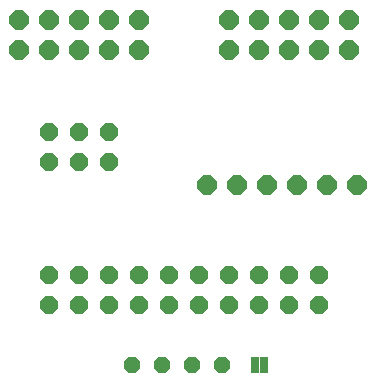
<source format=gbs>
G75*
%MOIN*%
%OFA0B0*%
%FSLAX25Y25*%
%IPPOS*%
%LPD*%
%AMOC8*
5,1,8,0,0,1.08239X$1,22.5*
%
%ADD10OC8,0.06000*%
%ADD11OC8,0.06400*%
%ADD12R,0.02900X0.05400*%
%ADD13OC8,0.05600*%
D10*
X0037000Y0056300D03*
X0037000Y0066300D03*
X0047000Y0066300D03*
X0047000Y0056300D03*
X0057000Y0056300D03*
X0057000Y0066300D03*
X0067000Y0066300D03*
X0067000Y0056300D03*
X0077000Y0056300D03*
X0077000Y0066300D03*
X0087000Y0066300D03*
X0087000Y0056300D03*
X0097000Y0056300D03*
X0097000Y0066300D03*
X0107000Y0066300D03*
X0107000Y0056300D03*
X0117000Y0056300D03*
X0117000Y0066300D03*
X0127000Y0066300D03*
X0127000Y0056300D03*
X0057000Y0103800D03*
X0057000Y0113800D03*
X0047000Y0113800D03*
X0047000Y0103800D03*
X0037000Y0103800D03*
X0037000Y0113800D03*
D11*
X0037000Y0141300D03*
X0037000Y0151300D03*
X0027000Y0151300D03*
X0027000Y0141300D03*
X0047000Y0141300D03*
X0047000Y0151300D03*
X0057000Y0151300D03*
X0057000Y0141300D03*
X0067000Y0141300D03*
X0067000Y0151300D03*
X0097000Y0151300D03*
X0097000Y0141300D03*
X0107000Y0141300D03*
X0107000Y0151300D03*
X0117000Y0151300D03*
X0117000Y0141300D03*
X0127000Y0141300D03*
X0127000Y0151300D03*
X0137000Y0151300D03*
X0137000Y0141300D03*
X0139500Y0096300D03*
X0129500Y0096300D03*
X0119500Y0096300D03*
X0109500Y0096300D03*
X0099500Y0096300D03*
X0089500Y0096300D03*
D12*
X0105400Y0036300D03*
X0108600Y0036300D03*
D13*
X0094500Y0036300D03*
X0084500Y0036300D03*
X0074500Y0036300D03*
X0064500Y0036300D03*
M02*

</source>
